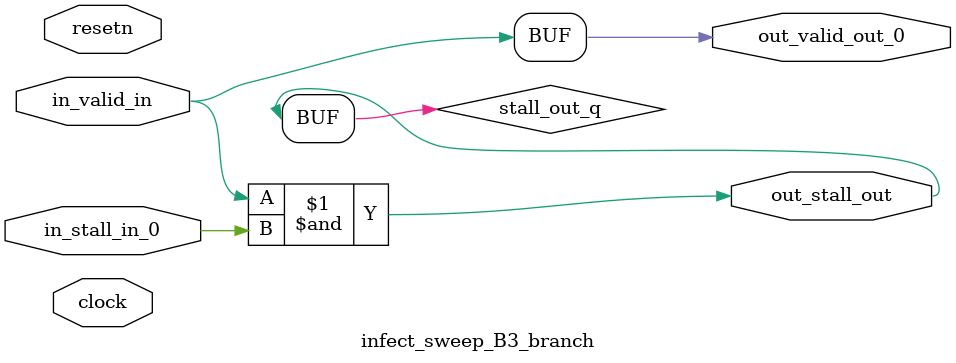
<source format=sv>



(* altera_attribute = "-name AUTO_SHIFT_REGISTER_RECOGNITION OFF; -name MESSAGE_DISABLE 10036; -name MESSAGE_DISABLE 10037; -name MESSAGE_DISABLE 14130; -name MESSAGE_DISABLE 14320; -name MESSAGE_DISABLE 15400; -name MESSAGE_DISABLE 14130; -name MESSAGE_DISABLE 10036; -name MESSAGE_DISABLE 12020; -name MESSAGE_DISABLE 12030; -name MESSAGE_DISABLE 12010; -name MESSAGE_DISABLE 12110; -name MESSAGE_DISABLE 14320; -name MESSAGE_DISABLE 13410; -name MESSAGE_DISABLE 113007; -name MESSAGE_DISABLE 10958" *)
module infect_sweep_B3_branch (
    input wire [0:0] in_stall_in_0,
    input wire [0:0] in_valid_in,
    output wire [0:0] out_stall_out,
    output wire [0:0] out_valid_out_0,
    input wire clock,
    input wire resetn
    );

    wire [0:0] stall_out_q;


    // stall_out(LOGICAL,6)
    assign stall_out_q = in_valid_in & in_stall_in_0;

    // out_stall_out(GPOUT,4)
    assign out_stall_out = stall_out_q;

    // out_valid_out_0(GPOUT,5)
    assign out_valid_out_0 = in_valid_in;

endmodule

</source>
